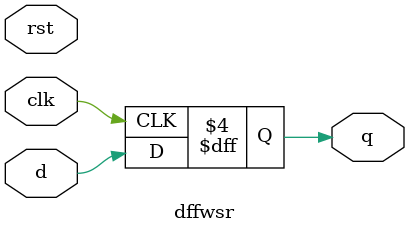
<source format=v>
module SISO(
input i,clr,clk,
output o);
 
wire [2:0] t;
 
dffwsr a(i,clk,clr,t[0]);
dffwsr b(t[0],clk,clr,t[1]);
dffwsr c(t[1],clk,clr,t[2]);
dffwsr d(t[2],clk,clr,o);
 
endmodule
 
 
module dffwsr(
input d,clk,rst,
output reg q);
 
always@(posedge clk )
begin
	if(rst) 
	begin 
	q<=d; 
	end
	else begin q<=d; end
end
 
endmodule
</source>
